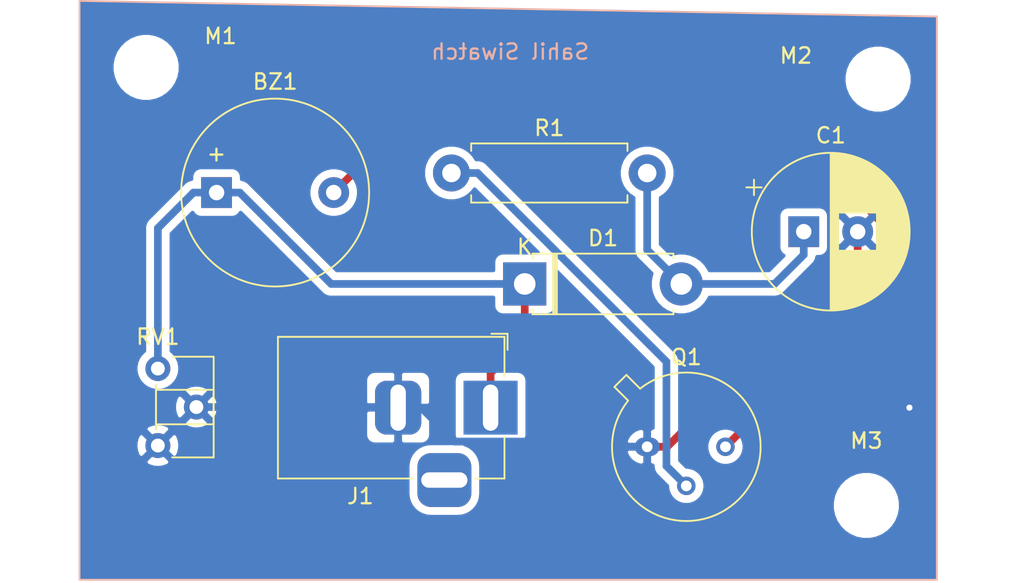
<source format=kicad_pcb>
(kicad_pcb (version 20171130) (host pcbnew "(5.1.5)-3")

  (general
    (thickness 1.6)
    (drawings 5)
    (tracks 37)
    (zones 0)
    (modules 10)
    (nets 7)
  )

  (page A4)
  (layers
    (0 F.Cu signal)
    (31 B.Cu signal)
    (32 B.Adhes user)
    (33 F.Adhes user)
    (34 B.Paste user)
    (35 F.Paste user)
    (36 B.SilkS user)
    (37 F.SilkS user)
    (38 B.Mask user)
    (39 F.Mask user)
    (40 Dwgs.User user)
    (41 Cmts.User user)
    (42 Eco1.User user)
    (43 Eco2.User user)
    (44 Edge.Cuts user)
    (45 Margin user)
    (46 B.CrtYd user)
    (47 F.CrtYd user)
    (48 B.Fab user)
    (49 F.Fab user)
  )

  (setup
    (last_trace_width 0.5)
    (user_trace_width 0.5)
    (trace_clearance 0.2)
    (zone_clearance 0.508)
    (zone_45_only no)
    (trace_min 0.2)
    (via_size 0.8)
    (via_drill 0.4)
    (via_min_size 0.4)
    (via_min_drill 0.3)
    (uvia_size 0.3)
    (uvia_drill 0.1)
    (uvias_allowed no)
    (uvia_min_size 0.2)
    (uvia_min_drill 0.1)
    (edge_width 0.05)
    (segment_width 0.2)
    (pcb_text_width 0.3)
    (pcb_text_size 1.5 1.5)
    (mod_edge_width 0.12)
    (mod_text_size 1 1)
    (mod_text_width 0.15)
    (pad_size 1.524 1.524)
    (pad_drill 0.762)
    (pad_to_mask_clearance 0.051)
    (solder_mask_min_width 0.25)
    (aux_axis_origin 0 0)
    (visible_elements FFFFFF7F)
    (pcbplotparams
      (layerselection 0x010fc_ffffffff)
      (usegerberextensions false)
      (usegerberattributes false)
      (usegerberadvancedattributes false)
      (creategerberjobfile false)
      (excludeedgelayer true)
      (linewidth 0.100000)
      (plotframeref false)
      (viasonmask false)
      (mode 1)
      (useauxorigin false)
      (hpglpennumber 1)
      (hpglpenspeed 20)
      (hpglpendiameter 15.000000)
      (psnegative false)
      (psa4output false)
      (plotreference true)
      (plotvalue true)
      (plotinvisibletext false)
      (padsonsilk false)
      (subtractmaskfromsilk false)
      (outputformat 1)
      (mirror false)
      (drillshape 0)
      (scaleselection 1)
      (outputdirectory "gerber/"))
  )

  (net 0 "")
  (net 1 "Net-(BZ1-Pad2)")
  (net 2 "Net-(C1-Pad1)")
  (net 3 "Net-(J1-Pad3)")
  (net 4 "Net-(Q1-Pad2)")
  (net 5 +3V3)
  (net 6 GND)

  (net_class Default "This is the default net class."
    (clearance 0.2)
    (trace_width 0.25)
    (via_dia 0.8)
    (via_drill 0.4)
    (uvia_dia 0.3)
    (uvia_drill 0.1)
    (add_net +3V3)
    (add_net GND)
    (add_net "Net-(BZ1-Pad2)")
    (add_net "Net-(C1-Pad1)")
    (add_net "Net-(J1-Pad3)")
    (add_net "Net-(Q1-Pad2)")
  )

  (module MountingHole:MountingHole_3.2mm_M3 (layer F.Cu) (tedit 56D1B4CB) (tstamp 5E443C5C)
    (at 88.138 68.072)
    (descr "Mounting Hole 3.2mm, no annular, M3")
    (tags "mounting hole 3.2mm no annular m3")
    (attr virtual)
    (fp_text reference M1 (at 4.826 -2.032) (layer F.SilkS)
      (effects (font (size 1 1) (thickness 0.15)))
    )
    (fp_text value MountingHole_3.2mm_M3 (at 0 4.2) (layer F.Fab)
      (effects (font (size 1 1) (thickness 0.15)))
    )
    (fp_circle (center 0 0) (end 3.45 0) (layer F.CrtYd) (width 0.05))
    (fp_circle (center 0 0) (end 3.2 0) (layer Cmts.User) (width 0.15))
    (fp_text user %R (at 0.3 0) (layer F.Fab)
      (effects (font (size 1 1) (thickness 0.15)))
    )
    (pad 1 np_thru_hole circle (at 0 0) (size 3.2 3.2) (drill 3.2) (layers *.Cu *.Mask))
  )

  (module MountingHole:MountingHole_3.2mm_M3 (layer F.Cu) (tedit 56D1B4CB) (tstamp 5E443C12)
    (at 134.874 96.52)
    (descr "Mounting Hole 3.2mm, no annular, M3")
    (tags "mounting hole 3.2mm no annular m3")
    (attr virtual)
    (fp_text reference M3 (at 0 -4.2) (layer F.SilkS)
      (effects (font (size 1 1) (thickness 0.15)))
    )
    (fp_text value MountingHole_3.2mm_M3 (at 0 4.2) (layer F.Fab)
      (effects (font (size 1 1) (thickness 0.15)))
    )
    (fp_circle (center 0 0) (end 3.45 0) (layer F.CrtYd) (width 0.05))
    (fp_circle (center 0 0) (end 3.2 0) (layer Cmts.User) (width 0.15))
    (fp_text user %R (at 0.254 -0.508) (layer F.Fab)
      (effects (font (size 1 1) (thickness 0.15)))
    )
    (pad 1 np_thru_hole circle (at 0 0) (size 3.2 3.2) (drill 3.2) (layers *.Cu *.Mask))
  )

  (module MountingHole:MountingHole_3.2mm_M3 (layer F.Cu) (tedit 56D1B4CB) (tstamp 5E443BEE)
    (at 135.636 68.834)
    (descr "Mounting Hole 3.2mm, no annular, M3")
    (tags "mounting hole 3.2mm no annular m3")
    (attr virtual)
    (fp_text reference M2 (at -5.334 -1.524) (layer F.SilkS)
      (effects (font (size 1 1) (thickness 0.15)))
    )
    (fp_text value MountingHole_3.2mm_M3 (at 0 4.2) (layer F.Fab)
      (effects (font (size 1 1) (thickness 0.15)))
    )
    (fp_circle (center 0 0) (end 3.45 0) (layer F.CrtYd) (width 0.05))
    (fp_circle (center 0 0) (end 3.2 0) (layer Cmts.User) (width 0.15))
    (fp_text user %R (at 0.3 0) (layer F.Fab)
      (effects (font (size 1 1) (thickness 0.15)))
    )
    (pad 1 np_thru_hole circle (at 0 0) (size 3.2 3.2) (drill 3.2) (layers *.Cu *.Mask))
  )

  (module Buzzer_Beeper:Buzzer_12x9.5RM7.6 (layer F.Cu) (tedit 5A030281) (tstamp 5E442A75)
    (at 92.71 76.2)
    (descr "Generic Buzzer, D12mm height 9.5mm with RM7.6mm")
    (tags buzzer)
    (path /5E460C63)
    (fp_text reference BZ1 (at 3.8 -7.2) (layer F.SilkS)
      (effects (font (size 1 1) (thickness 0.15)))
    )
    (fp_text value Buzzer (at 3.8 7.4) (layer F.Fab)
      (effects (font (size 1 1) (thickness 0.15)))
    )
    (fp_text user + (at -0.01 -2.54) (layer F.Fab)
      (effects (font (size 1 1) (thickness 0.15)))
    )
    (fp_text user + (at -0.01 -2.54) (layer F.SilkS)
      (effects (font (size 1 1) (thickness 0.15)))
    )
    (fp_text user %R (at 3.8 -4) (layer F.Fab)
      (effects (font (size 1 1) (thickness 0.15)))
    )
    (fp_circle (center 3.8 0) (end 10.05 0) (layer F.CrtYd) (width 0.05))
    (fp_circle (center 3.8 0) (end 9.8 0) (layer F.Fab) (width 0.1))
    (fp_circle (center 3.8 0) (end 4.8 0) (layer F.Fab) (width 0.1))
    (fp_circle (center 3.8 0) (end 9.9 0) (layer F.SilkS) (width 0.12))
    (pad 1 thru_hole rect (at 0 0) (size 2 2) (drill 1) (layers *.Cu *.Mask)
      (net 5 +3V3))
    (pad 2 thru_hole circle (at 7.6 0) (size 2 2) (drill 1) (layers *.Cu *.Mask)
      (net 1 "Net-(BZ1-Pad2)"))
    (model ${KISYS3DMOD}/Buzzer_Beeper.3dshapes/Buzzer_12x9.5RM7.6.wrl
      (at (xyz 0 0 0))
      (scale (xyz 1 1 1))
      (rotate (xyz 0 0 0))
    )
  )

  (module Capacitor_THT:CP_Radial_D10.0mm_P3.50mm (layer F.Cu) (tedit 5AE50EF0) (tstamp 5E442B41)
    (at 130.81 78.74)
    (descr "CP, Radial series, Radial, pin pitch=3.50mm, , diameter=10mm, Electrolytic Capacitor")
    (tags "CP Radial series Radial pin pitch 3.50mm  diameter 10mm Electrolytic Capacitor")
    (path /5E460427)
    (fp_text reference C1 (at 1.75 -6.25) (layer F.SilkS)
      (effects (font (size 1 1) (thickness 0.15)))
    )
    (fp_text value 10uF (at 1.75 6.25) (layer F.Fab)
      (effects (font (size 1 1) (thickness 0.15)))
    )
    (fp_circle (center 1.75 0) (end 6.75 0) (layer F.Fab) (width 0.1))
    (fp_circle (center 1.75 0) (end 6.87 0) (layer F.SilkS) (width 0.12))
    (fp_circle (center 1.75 0) (end 7 0) (layer F.CrtYd) (width 0.05))
    (fp_line (start -2.538861 -2.1875) (end -1.538861 -2.1875) (layer F.Fab) (width 0.1))
    (fp_line (start -2.038861 -2.6875) (end -2.038861 -1.6875) (layer F.Fab) (width 0.1))
    (fp_line (start 1.75 -5.08) (end 1.75 5.08) (layer F.SilkS) (width 0.12))
    (fp_line (start 1.79 -5.08) (end 1.79 5.08) (layer F.SilkS) (width 0.12))
    (fp_line (start 1.83 -5.08) (end 1.83 5.08) (layer F.SilkS) (width 0.12))
    (fp_line (start 1.87 -5.079) (end 1.87 5.079) (layer F.SilkS) (width 0.12))
    (fp_line (start 1.91 -5.078) (end 1.91 5.078) (layer F.SilkS) (width 0.12))
    (fp_line (start 1.95 -5.077) (end 1.95 5.077) (layer F.SilkS) (width 0.12))
    (fp_line (start 1.99 -5.075) (end 1.99 5.075) (layer F.SilkS) (width 0.12))
    (fp_line (start 2.03 -5.073) (end 2.03 5.073) (layer F.SilkS) (width 0.12))
    (fp_line (start 2.07 -5.07) (end 2.07 5.07) (layer F.SilkS) (width 0.12))
    (fp_line (start 2.11 -5.068) (end 2.11 5.068) (layer F.SilkS) (width 0.12))
    (fp_line (start 2.15 -5.065) (end 2.15 5.065) (layer F.SilkS) (width 0.12))
    (fp_line (start 2.19 -5.062) (end 2.19 5.062) (layer F.SilkS) (width 0.12))
    (fp_line (start 2.23 -5.058) (end 2.23 5.058) (layer F.SilkS) (width 0.12))
    (fp_line (start 2.27 -5.054) (end 2.27 -1.241) (layer F.SilkS) (width 0.12))
    (fp_line (start 2.27 1.241) (end 2.27 5.054) (layer F.SilkS) (width 0.12))
    (fp_line (start 2.31 -5.05) (end 2.31 -1.241) (layer F.SilkS) (width 0.12))
    (fp_line (start 2.31 1.241) (end 2.31 5.05) (layer F.SilkS) (width 0.12))
    (fp_line (start 2.35 -5.045) (end 2.35 -1.241) (layer F.SilkS) (width 0.12))
    (fp_line (start 2.35 1.241) (end 2.35 5.045) (layer F.SilkS) (width 0.12))
    (fp_line (start 2.39 -5.04) (end 2.39 -1.241) (layer F.SilkS) (width 0.12))
    (fp_line (start 2.39 1.241) (end 2.39 5.04) (layer F.SilkS) (width 0.12))
    (fp_line (start 2.43 -5.035) (end 2.43 -1.241) (layer F.SilkS) (width 0.12))
    (fp_line (start 2.43 1.241) (end 2.43 5.035) (layer F.SilkS) (width 0.12))
    (fp_line (start 2.471 -5.03) (end 2.471 -1.241) (layer F.SilkS) (width 0.12))
    (fp_line (start 2.471 1.241) (end 2.471 5.03) (layer F.SilkS) (width 0.12))
    (fp_line (start 2.511 -5.024) (end 2.511 -1.241) (layer F.SilkS) (width 0.12))
    (fp_line (start 2.511 1.241) (end 2.511 5.024) (layer F.SilkS) (width 0.12))
    (fp_line (start 2.551 -5.018) (end 2.551 -1.241) (layer F.SilkS) (width 0.12))
    (fp_line (start 2.551 1.241) (end 2.551 5.018) (layer F.SilkS) (width 0.12))
    (fp_line (start 2.591 -5.011) (end 2.591 -1.241) (layer F.SilkS) (width 0.12))
    (fp_line (start 2.591 1.241) (end 2.591 5.011) (layer F.SilkS) (width 0.12))
    (fp_line (start 2.631 -5.004) (end 2.631 -1.241) (layer F.SilkS) (width 0.12))
    (fp_line (start 2.631 1.241) (end 2.631 5.004) (layer F.SilkS) (width 0.12))
    (fp_line (start 2.671 -4.997) (end 2.671 -1.241) (layer F.SilkS) (width 0.12))
    (fp_line (start 2.671 1.241) (end 2.671 4.997) (layer F.SilkS) (width 0.12))
    (fp_line (start 2.711 -4.99) (end 2.711 -1.241) (layer F.SilkS) (width 0.12))
    (fp_line (start 2.711 1.241) (end 2.711 4.99) (layer F.SilkS) (width 0.12))
    (fp_line (start 2.751 -4.982) (end 2.751 -1.241) (layer F.SilkS) (width 0.12))
    (fp_line (start 2.751 1.241) (end 2.751 4.982) (layer F.SilkS) (width 0.12))
    (fp_line (start 2.791 -4.974) (end 2.791 -1.241) (layer F.SilkS) (width 0.12))
    (fp_line (start 2.791 1.241) (end 2.791 4.974) (layer F.SilkS) (width 0.12))
    (fp_line (start 2.831 -4.965) (end 2.831 -1.241) (layer F.SilkS) (width 0.12))
    (fp_line (start 2.831 1.241) (end 2.831 4.965) (layer F.SilkS) (width 0.12))
    (fp_line (start 2.871 -4.956) (end 2.871 -1.241) (layer F.SilkS) (width 0.12))
    (fp_line (start 2.871 1.241) (end 2.871 4.956) (layer F.SilkS) (width 0.12))
    (fp_line (start 2.911 -4.947) (end 2.911 -1.241) (layer F.SilkS) (width 0.12))
    (fp_line (start 2.911 1.241) (end 2.911 4.947) (layer F.SilkS) (width 0.12))
    (fp_line (start 2.951 -4.938) (end 2.951 -1.241) (layer F.SilkS) (width 0.12))
    (fp_line (start 2.951 1.241) (end 2.951 4.938) (layer F.SilkS) (width 0.12))
    (fp_line (start 2.991 -4.928) (end 2.991 -1.241) (layer F.SilkS) (width 0.12))
    (fp_line (start 2.991 1.241) (end 2.991 4.928) (layer F.SilkS) (width 0.12))
    (fp_line (start 3.031 -4.918) (end 3.031 -1.241) (layer F.SilkS) (width 0.12))
    (fp_line (start 3.031 1.241) (end 3.031 4.918) (layer F.SilkS) (width 0.12))
    (fp_line (start 3.071 -4.907) (end 3.071 -1.241) (layer F.SilkS) (width 0.12))
    (fp_line (start 3.071 1.241) (end 3.071 4.907) (layer F.SilkS) (width 0.12))
    (fp_line (start 3.111 -4.897) (end 3.111 -1.241) (layer F.SilkS) (width 0.12))
    (fp_line (start 3.111 1.241) (end 3.111 4.897) (layer F.SilkS) (width 0.12))
    (fp_line (start 3.151 -4.885) (end 3.151 -1.241) (layer F.SilkS) (width 0.12))
    (fp_line (start 3.151 1.241) (end 3.151 4.885) (layer F.SilkS) (width 0.12))
    (fp_line (start 3.191 -4.874) (end 3.191 -1.241) (layer F.SilkS) (width 0.12))
    (fp_line (start 3.191 1.241) (end 3.191 4.874) (layer F.SilkS) (width 0.12))
    (fp_line (start 3.231 -4.862) (end 3.231 -1.241) (layer F.SilkS) (width 0.12))
    (fp_line (start 3.231 1.241) (end 3.231 4.862) (layer F.SilkS) (width 0.12))
    (fp_line (start 3.271 -4.85) (end 3.271 -1.241) (layer F.SilkS) (width 0.12))
    (fp_line (start 3.271 1.241) (end 3.271 4.85) (layer F.SilkS) (width 0.12))
    (fp_line (start 3.311 -4.837) (end 3.311 -1.241) (layer F.SilkS) (width 0.12))
    (fp_line (start 3.311 1.241) (end 3.311 4.837) (layer F.SilkS) (width 0.12))
    (fp_line (start 3.351 -4.824) (end 3.351 -1.241) (layer F.SilkS) (width 0.12))
    (fp_line (start 3.351 1.241) (end 3.351 4.824) (layer F.SilkS) (width 0.12))
    (fp_line (start 3.391 -4.811) (end 3.391 -1.241) (layer F.SilkS) (width 0.12))
    (fp_line (start 3.391 1.241) (end 3.391 4.811) (layer F.SilkS) (width 0.12))
    (fp_line (start 3.431 -4.797) (end 3.431 -1.241) (layer F.SilkS) (width 0.12))
    (fp_line (start 3.431 1.241) (end 3.431 4.797) (layer F.SilkS) (width 0.12))
    (fp_line (start 3.471 -4.783) (end 3.471 -1.241) (layer F.SilkS) (width 0.12))
    (fp_line (start 3.471 1.241) (end 3.471 4.783) (layer F.SilkS) (width 0.12))
    (fp_line (start 3.511 -4.768) (end 3.511 -1.241) (layer F.SilkS) (width 0.12))
    (fp_line (start 3.511 1.241) (end 3.511 4.768) (layer F.SilkS) (width 0.12))
    (fp_line (start 3.551 -4.754) (end 3.551 -1.241) (layer F.SilkS) (width 0.12))
    (fp_line (start 3.551 1.241) (end 3.551 4.754) (layer F.SilkS) (width 0.12))
    (fp_line (start 3.591 -4.738) (end 3.591 -1.241) (layer F.SilkS) (width 0.12))
    (fp_line (start 3.591 1.241) (end 3.591 4.738) (layer F.SilkS) (width 0.12))
    (fp_line (start 3.631 -4.723) (end 3.631 -1.241) (layer F.SilkS) (width 0.12))
    (fp_line (start 3.631 1.241) (end 3.631 4.723) (layer F.SilkS) (width 0.12))
    (fp_line (start 3.671 -4.707) (end 3.671 -1.241) (layer F.SilkS) (width 0.12))
    (fp_line (start 3.671 1.241) (end 3.671 4.707) (layer F.SilkS) (width 0.12))
    (fp_line (start 3.711 -4.69) (end 3.711 -1.241) (layer F.SilkS) (width 0.12))
    (fp_line (start 3.711 1.241) (end 3.711 4.69) (layer F.SilkS) (width 0.12))
    (fp_line (start 3.751 -4.674) (end 3.751 -1.241) (layer F.SilkS) (width 0.12))
    (fp_line (start 3.751 1.241) (end 3.751 4.674) (layer F.SilkS) (width 0.12))
    (fp_line (start 3.791 -4.657) (end 3.791 -1.241) (layer F.SilkS) (width 0.12))
    (fp_line (start 3.791 1.241) (end 3.791 4.657) (layer F.SilkS) (width 0.12))
    (fp_line (start 3.831 -4.639) (end 3.831 -1.241) (layer F.SilkS) (width 0.12))
    (fp_line (start 3.831 1.241) (end 3.831 4.639) (layer F.SilkS) (width 0.12))
    (fp_line (start 3.871 -4.621) (end 3.871 -1.241) (layer F.SilkS) (width 0.12))
    (fp_line (start 3.871 1.241) (end 3.871 4.621) (layer F.SilkS) (width 0.12))
    (fp_line (start 3.911 -4.603) (end 3.911 -1.241) (layer F.SilkS) (width 0.12))
    (fp_line (start 3.911 1.241) (end 3.911 4.603) (layer F.SilkS) (width 0.12))
    (fp_line (start 3.951 -4.584) (end 3.951 -1.241) (layer F.SilkS) (width 0.12))
    (fp_line (start 3.951 1.241) (end 3.951 4.584) (layer F.SilkS) (width 0.12))
    (fp_line (start 3.991 -4.564) (end 3.991 -1.241) (layer F.SilkS) (width 0.12))
    (fp_line (start 3.991 1.241) (end 3.991 4.564) (layer F.SilkS) (width 0.12))
    (fp_line (start 4.031 -4.545) (end 4.031 -1.241) (layer F.SilkS) (width 0.12))
    (fp_line (start 4.031 1.241) (end 4.031 4.545) (layer F.SilkS) (width 0.12))
    (fp_line (start 4.071 -4.525) (end 4.071 -1.241) (layer F.SilkS) (width 0.12))
    (fp_line (start 4.071 1.241) (end 4.071 4.525) (layer F.SilkS) (width 0.12))
    (fp_line (start 4.111 -4.504) (end 4.111 -1.241) (layer F.SilkS) (width 0.12))
    (fp_line (start 4.111 1.241) (end 4.111 4.504) (layer F.SilkS) (width 0.12))
    (fp_line (start 4.151 -4.483) (end 4.151 -1.241) (layer F.SilkS) (width 0.12))
    (fp_line (start 4.151 1.241) (end 4.151 4.483) (layer F.SilkS) (width 0.12))
    (fp_line (start 4.191 -4.462) (end 4.191 -1.241) (layer F.SilkS) (width 0.12))
    (fp_line (start 4.191 1.241) (end 4.191 4.462) (layer F.SilkS) (width 0.12))
    (fp_line (start 4.231 -4.44) (end 4.231 -1.241) (layer F.SilkS) (width 0.12))
    (fp_line (start 4.231 1.241) (end 4.231 4.44) (layer F.SilkS) (width 0.12))
    (fp_line (start 4.271 -4.417) (end 4.271 -1.241) (layer F.SilkS) (width 0.12))
    (fp_line (start 4.271 1.241) (end 4.271 4.417) (layer F.SilkS) (width 0.12))
    (fp_line (start 4.311 -4.395) (end 4.311 -1.241) (layer F.SilkS) (width 0.12))
    (fp_line (start 4.311 1.241) (end 4.311 4.395) (layer F.SilkS) (width 0.12))
    (fp_line (start 4.351 -4.371) (end 4.351 -1.241) (layer F.SilkS) (width 0.12))
    (fp_line (start 4.351 1.241) (end 4.351 4.371) (layer F.SilkS) (width 0.12))
    (fp_line (start 4.391 -4.347) (end 4.391 -1.241) (layer F.SilkS) (width 0.12))
    (fp_line (start 4.391 1.241) (end 4.391 4.347) (layer F.SilkS) (width 0.12))
    (fp_line (start 4.431 -4.323) (end 4.431 -1.241) (layer F.SilkS) (width 0.12))
    (fp_line (start 4.431 1.241) (end 4.431 4.323) (layer F.SilkS) (width 0.12))
    (fp_line (start 4.471 -4.298) (end 4.471 -1.241) (layer F.SilkS) (width 0.12))
    (fp_line (start 4.471 1.241) (end 4.471 4.298) (layer F.SilkS) (width 0.12))
    (fp_line (start 4.511 -4.273) (end 4.511 -1.241) (layer F.SilkS) (width 0.12))
    (fp_line (start 4.511 1.241) (end 4.511 4.273) (layer F.SilkS) (width 0.12))
    (fp_line (start 4.551 -4.247) (end 4.551 -1.241) (layer F.SilkS) (width 0.12))
    (fp_line (start 4.551 1.241) (end 4.551 4.247) (layer F.SilkS) (width 0.12))
    (fp_line (start 4.591 -4.221) (end 4.591 -1.241) (layer F.SilkS) (width 0.12))
    (fp_line (start 4.591 1.241) (end 4.591 4.221) (layer F.SilkS) (width 0.12))
    (fp_line (start 4.631 -4.194) (end 4.631 -1.241) (layer F.SilkS) (width 0.12))
    (fp_line (start 4.631 1.241) (end 4.631 4.194) (layer F.SilkS) (width 0.12))
    (fp_line (start 4.671 -4.166) (end 4.671 -1.241) (layer F.SilkS) (width 0.12))
    (fp_line (start 4.671 1.241) (end 4.671 4.166) (layer F.SilkS) (width 0.12))
    (fp_line (start 4.711 -4.138) (end 4.711 -1.241) (layer F.SilkS) (width 0.12))
    (fp_line (start 4.711 1.241) (end 4.711 4.138) (layer F.SilkS) (width 0.12))
    (fp_line (start 4.751 -4.11) (end 4.751 4.11) (layer F.SilkS) (width 0.12))
    (fp_line (start 4.791 -4.08) (end 4.791 4.08) (layer F.SilkS) (width 0.12))
    (fp_line (start 4.831 -4.05) (end 4.831 4.05) (layer F.SilkS) (width 0.12))
    (fp_line (start 4.871 -4.02) (end 4.871 4.02) (layer F.SilkS) (width 0.12))
    (fp_line (start 4.911 -3.989) (end 4.911 3.989) (layer F.SilkS) (width 0.12))
    (fp_line (start 4.951 -3.957) (end 4.951 3.957) (layer F.SilkS) (width 0.12))
    (fp_line (start 4.991 -3.925) (end 4.991 3.925) (layer F.SilkS) (width 0.12))
    (fp_line (start 5.031 -3.892) (end 5.031 3.892) (layer F.SilkS) (width 0.12))
    (fp_line (start 5.071 -3.858) (end 5.071 3.858) (layer F.SilkS) (width 0.12))
    (fp_line (start 5.111 -3.824) (end 5.111 3.824) (layer F.SilkS) (width 0.12))
    (fp_line (start 5.151 -3.789) (end 5.151 3.789) (layer F.SilkS) (width 0.12))
    (fp_line (start 5.191 -3.753) (end 5.191 3.753) (layer F.SilkS) (width 0.12))
    (fp_line (start 5.231 -3.716) (end 5.231 3.716) (layer F.SilkS) (width 0.12))
    (fp_line (start 5.271 -3.679) (end 5.271 3.679) (layer F.SilkS) (width 0.12))
    (fp_line (start 5.311 -3.64) (end 5.311 3.64) (layer F.SilkS) (width 0.12))
    (fp_line (start 5.351 -3.601) (end 5.351 3.601) (layer F.SilkS) (width 0.12))
    (fp_line (start 5.391 -3.561) (end 5.391 3.561) (layer F.SilkS) (width 0.12))
    (fp_line (start 5.431 -3.52) (end 5.431 3.52) (layer F.SilkS) (width 0.12))
    (fp_line (start 5.471 -3.478) (end 5.471 3.478) (layer F.SilkS) (width 0.12))
    (fp_line (start 5.511 -3.436) (end 5.511 3.436) (layer F.SilkS) (width 0.12))
    (fp_line (start 5.551 -3.392) (end 5.551 3.392) (layer F.SilkS) (width 0.12))
    (fp_line (start 5.591 -3.347) (end 5.591 3.347) (layer F.SilkS) (width 0.12))
    (fp_line (start 5.631 -3.301) (end 5.631 3.301) (layer F.SilkS) (width 0.12))
    (fp_line (start 5.671 -3.254) (end 5.671 3.254) (layer F.SilkS) (width 0.12))
    (fp_line (start 5.711 -3.206) (end 5.711 3.206) (layer F.SilkS) (width 0.12))
    (fp_line (start 5.751 -3.156) (end 5.751 3.156) (layer F.SilkS) (width 0.12))
    (fp_line (start 5.791 -3.106) (end 5.791 3.106) (layer F.SilkS) (width 0.12))
    (fp_line (start 5.831 -3.054) (end 5.831 3.054) (layer F.SilkS) (width 0.12))
    (fp_line (start 5.871 -3) (end 5.871 3) (layer F.SilkS) (width 0.12))
    (fp_line (start 5.911 -2.945) (end 5.911 2.945) (layer F.SilkS) (width 0.12))
    (fp_line (start 5.951 -2.889) (end 5.951 2.889) (layer F.SilkS) (width 0.12))
    (fp_line (start 5.991 -2.83) (end 5.991 2.83) (layer F.SilkS) (width 0.12))
    (fp_line (start 6.031 -2.77) (end 6.031 2.77) (layer F.SilkS) (width 0.12))
    (fp_line (start 6.071 -2.709) (end 6.071 2.709) (layer F.SilkS) (width 0.12))
    (fp_line (start 6.111 -2.645) (end 6.111 2.645) (layer F.SilkS) (width 0.12))
    (fp_line (start 6.151 -2.579) (end 6.151 2.579) (layer F.SilkS) (width 0.12))
    (fp_line (start 6.191 -2.51) (end 6.191 2.51) (layer F.SilkS) (width 0.12))
    (fp_line (start 6.231 -2.439) (end 6.231 2.439) (layer F.SilkS) (width 0.12))
    (fp_line (start 6.271 -2.365) (end 6.271 2.365) (layer F.SilkS) (width 0.12))
    (fp_line (start 6.311 -2.289) (end 6.311 2.289) (layer F.SilkS) (width 0.12))
    (fp_line (start 6.351 -2.209) (end 6.351 2.209) (layer F.SilkS) (width 0.12))
    (fp_line (start 6.391 -2.125) (end 6.391 2.125) (layer F.SilkS) (width 0.12))
    (fp_line (start 6.431 -2.037) (end 6.431 2.037) (layer F.SilkS) (width 0.12))
    (fp_line (start 6.471 -1.944) (end 6.471 1.944) (layer F.SilkS) (width 0.12))
    (fp_line (start 6.511 -1.846) (end 6.511 1.846) (layer F.SilkS) (width 0.12))
    (fp_line (start 6.551 -1.742) (end 6.551 1.742) (layer F.SilkS) (width 0.12))
    (fp_line (start 6.591 -1.63) (end 6.591 1.63) (layer F.SilkS) (width 0.12))
    (fp_line (start 6.631 -1.51) (end 6.631 1.51) (layer F.SilkS) (width 0.12))
    (fp_line (start 6.671 -1.378) (end 6.671 1.378) (layer F.SilkS) (width 0.12))
    (fp_line (start 6.711 -1.23) (end 6.711 1.23) (layer F.SilkS) (width 0.12))
    (fp_line (start 6.751 -1.062) (end 6.751 1.062) (layer F.SilkS) (width 0.12))
    (fp_line (start 6.791 -0.862) (end 6.791 0.862) (layer F.SilkS) (width 0.12))
    (fp_line (start 6.831 -0.599) (end 6.831 0.599) (layer F.SilkS) (width 0.12))
    (fp_line (start -3.729646 -2.875) (end -2.729646 -2.875) (layer F.SilkS) (width 0.12))
    (fp_line (start -3.229646 -3.375) (end -3.229646 -2.375) (layer F.SilkS) (width 0.12))
    (fp_text user %R (at 1.75 -2.735001) (layer F.Fab)
      (effects (font (size 1 1) (thickness 0.15)))
    )
    (pad 1 thru_hole rect (at 0 0) (size 2 2) (drill 1) (layers *.Cu *.Mask)
      (net 2 "Net-(C1-Pad1)"))
    (pad 2 thru_hole circle (at 3.5 0) (size 2 2) (drill 1) (layers *.Cu *.Mask)
      (net 6 GND))
    (model ${KISYS3DMOD}/Capacitor_THT.3dshapes/CP_Radial_D10.0mm_P3.50mm.wrl
      (at (xyz 0 0 0))
      (scale (xyz 1 1 1))
      (rotate (xyz 0 0 0))
    )
  )

  (module Diode_THT:D_5W_P10.16mm_Horizontal (layer F.Cu) (tedit 5AE50CD5) (tstamp 5E442B60)
    (at 112.705001 82.135001)
    (descr "Diode, 5W series, Axial, Horizontal, pin pitch=10.16mm, , length*diameter=8.9*3.7mm^2, , http://www.diodes.com/_files/packages/8686949.gif")
    (tags "Diode 5W series Axial Horizontal pin pitch 10.16mm  length 8.9mm diameter 3.7mm")
    (path /5E460049)
    (fp_text reference D1 (at 5.08 -2.97) (layer F.SilkS)
      (effects (font (size 1 1) (thickness 0.15)))
    )
    (fp_text value IN4007 (at 5.08 2.97) (layer F.Fab)
      (effects (font (size 1 1) (thickness 0.15)))
    )
    (fp_line (start 0.63 -1.85) (end 0.63 1.85) (layer F.Fab) (width 0.1))
    (fp_line (start 0.63 1.85) (end 9.53 1.85) (layer F.Fab) (width 0.1))
    (fp_line (start 9.53 1.85) (end 9.53 -1.85) (layer F.Fab) (width 0.1))
    (fp_line (start 9.53 -1.85) (end 0.63 -1.85) (layer F.Fab) (width 0.1))
    (fp_line (start 0 0) (end 0.63 0) (layer F.Fab) (width 0.1))
    (fp_line (start 10.16 0) (end 9.53 0) (layer F.Fab) (width 0.1))
    (fp_line (start 1.965 -1.85) (end 1.965 1.85) (layer F.Fab) (width 0.1))
    (fp_line (start 2.065 -1.85) (end 2.065 1.85) (layer F.Fab) (width 0.1))
    (fp_line (start 1.865 -1.85) (end 1.865 1.85) (layer F.Fab) (width 0.1))
    (fp_line (start 0.51 -1.64) (end 0.51 -1.97) (layer F.SilkS) (width 0.12))
    (fp_line (start 0.51 -1.97) (end 9.65 -1.97) (layer F.SilkS) (width 0.12))
    (fp_line (start 9.65 -1.97) (end 9.65 -1.64) (layer F.SilkS) (width 0.12))
    (fp_line (start 0.51 1.64) (end 0.51 1.97) (layer F.SilkS) (width 0.12))
    (fp_line (start 0.51 1.97) (end 9.65 1.97) (layer F.SilkS) (width 0.12))
    (fp_line (start 9.65 1.97) (end 9.65 1.64) (layer F.SilkS) (width 0.12))
    (fp_line (start 1.965 -1.97) (end 1.965 1.97) (layer F.SilkS) (width 0.12))
    (fp_line (start 2.085 -1.97) (end 2.085 1.97) (layer F.SilkS) (width 0.12))
    (fp_line (start 1.845 -1.97) (end 1.845 1.97) (layer F.SilkS) (width 0.12))
    (fp_line (start -1.65 -2.1) (end -1.65 2.1) (layer F.CrtYd) (width 0.05))
    (fp_line (start -1.65 2.1) (end 11.81 2.1) (layer F.CrtYd) (width 0.05))
    (fp_line (start 11.81 2.1) (end 11.81 -2.1) (layer F.CrtYd) (width 0.05))
    (fp_line (start 11.81 -2.1) (end -1.65 -2.1) (layer F.CrtYd) (width 0.05))
    (fp_text user %R (at 5.7475 0) (layer F.Fab)
      (effects (font (size 1 1) (thickness 0.15)))
    )
    (fp_text user K (at 0 -2.4) (layer F.Fab)
      (effects (font (size 1 1) (thickness 0.15)))
    )
    (fp_text user K (at 0 -2.4) (layer F.SilkS)
      (effects (font (size 1 1) (thickness 0.15)))
    )
    (pad 1 thru_hole rect (at 0 0) (size 2.8 2.8) (drill 1.4) (layers *.Cu *.Mask)
      (net 5 +3V3))
    (pad 2 thru_hole oval (at 10.16 0) (size 2.8 2.8) (drill 1.4) (layers *.Cu *.Mask)
      (net 2 "Net-(C1-Pad1)"))
    (model ${KISYS3DMOD}/Diode_THT.3dshapes/D_5W_P10.16mm_Horizontal.wrl
      (at (xyz 0 0 0))
      (scale (xyz 1 1 1))
      (rotate (xyz 0 0 0))
    )
  )

  (module Connector_BarrelJack:BarrelJack_Horizontal (layer F.Cu) (tedit 5A1DBF6A) (tstamp 5E442B83)
    (at 110.49 90.17)
    (descr "DC Barrel Jack")
    (tags "Power Jack")
    (path /5E461F8D)
    (fp_text reference J1 (at -8.45 5.75) (layer F.SilkS)
      (effects (font (size 1 1) (thickness 0.15)))
    )
    (fp_text value DC (at -6.2 -5.5) (layer F.Fab)
      (effects (font (size 1 1) (thickness 0.15)))
    )
    (fp_text user %R (at -3 -2.95) (layer F.Fab)
      (effects (font (size 1 1) (thickness 0.15)))
    )
    (fp_line (start -0.003213 -4.505425) (end 0.8 -3.75) (layer F.Fab) (width 0.1))
    (fp_line (start 1.1 -3.75) (end 1.1 -4.8) (layer F.SilkS) (width 0.12))
    (fp_line (start 0.05 -4.8) (end 1.1 -4.8) (layer F.SilkS) (width 0.12))
    (fp_line (start 1 -4.5) (end 1 -4.75) (layer F.CrtYd) (width 0.05))
    (fp_line (start 1 -4.75) (end -14 -4.75) (layer F.CrtYd) (width 0.05))
    (fp_line (start 1 -4.5) (end 1 -2) (layer F.CrtYd) (width 0.05))
    (fp_line (start 1 -2) (end 2 -2) (layer F.CrtYd) (width 0.05))
    (fp_line (start 2 -2) (end 2 2) (layer F.CrtYd) (width 0.05))
    (fp_line (start 2 2) (end 1 2) (layer F.CrtYd) (width 0.05))
    (fp_line (start 1 2) (end 1 4.75) (layer F.CrtYd) (width 0.05))
    (fp_line (start 1 4.75) (end -1 4.75) (layer F.CrtYd) (width 0.05))
    (fp_line (start -1 4.75) (end -1 6.75) (layer F.CrtYd) (width 0.05))
    (fp_line (start -1 6.75) (end -5 6.75) (layer F.CrtYd) (width 0.05))
    (fp_line (start -5 6.75) (end -5 4.75) (layer F.CrtYd) (width 0.05))
    (fp_line (start -5 4.75) (end -14 4.75) (layer F.CrtYd) (width 0.05))
    (fp_line (start -14 4.75) (end -14 -4.75) (layer F.CrtYd) (width 0.05))
    (fp_line (start -5 4.6) (end -13.8 4.6) (layer F.SilkS) (width 0.12))
    (fp_line (start -13.8 4.6) (end -13.8 -4.6) (layer F.SilkS) (width 0.12))
    (fp_line (start 0.9 1.9) (end 0.9 4.6) (layer F.SilkS) (width 0.12))
    (fp_line (start 0.9 4.6) (end -1 4.6) (layer F.SilkS) (width 0.12))
    (fp_line (start -13.8 -4.6) (end 0.9 -4.6) (layer F.SilkS) (width 0.12))
    (fp_line (start 0.9 -4.6) (end 0.9 -2) (layer F.SilkS) (width 0.12))
    (fp_line (start -10.2 -4.5) (end -10.2 4.5) (layer F.Fab) (width 0.1))
    (fp_line (start -13.7 -4.5) (end -13.7 4.5) (layer F.Fab) (width 0.1))
    (fp_line (start -13.7 4.5) (end 0.8 4.5) (layer F.Fab) (width 0.1))
    (fp_line (start 0.8 4.5) (end 0.8 -3.75) (layer F.Fab) (width 0.1))
    (fp_line (start 0 -4.5) (end -13.7 -4.5) (layer F.Fab) (width 0.1))
    (pad 1 thru_hole rect (at 0 0) (size 3.5 3.5) (drill oval 1 3) (layers *.Cu *.Mask)
      (net 5 +3V3))
    (pad 2 thru_hole roundrect (at -6 0) (size 3 3.5) (drill oval 1 3) (layers *.Cu *.Mask) (roundrect_rratio 0.25)
      (net 6 GND))
    (pad 3 thru_hole roundrect (at -3 4.7) (size 3.5 3.5) (drill oval 3 1) (layers *.Cu *.Mask) (roundrect_rratio 0.25)
      (net 3 "Net-(J1-Pad3)"))
    (model ${KISYS3DMOD}/Connector_BarrelJack.3dshapes/BarrelJack_Horizontal.wrl
      (at (xyz 0 0 0))
      (scale (xyz 1 1 1))
      (rotate (xyz 0 0 0))
    )
  )

  (module Package_TO_SOT_THT:TO-39-3 (layer F.Cu) (tedit 5A02FF81) (tstamp 5E442B98)
    (at 120.65 92.71)
    (descr TO-39-3)
    (tags TO-39-3)
    (path /5E4614E2)
    (fp_text reference Q1 (at 2.54 -5.82) (layer F.SilkS)
      (effects (font (size 1 1) (thickness 0.15)))
    )
    (fp_text value 2N2219 (at 2.54 5.82) (layer F.Fab)
      (effects (font (size 1 1) (thickness 0.15)))
    )
    (fp_arc (start 2.54 0) (end -0.457084 -3.774902) (angle 346.9) (layer F.SilkS) (width 0.12))
    (fp_arc (start 2.54 0) (end -0.465408 -3.61352) (angle 349.5) (layer F.Fab) (width 0.1))
    (fp_circle (center 2.54 0) (end 6.79 0) (layer F.Fab) (width 0.1))
    (fp_line (start 7.49 -4.95) (end -2.41 -4.95) (layer F.CrtYd) (width 0.05))
    (fp_line (start 7.49 4.95) (end 7.49 -4.95) (layer F.CrtYd) (width 0.05))
    (fp_line (start -2.41 4.95) (end 7.49 4.95) (layer F.CrtYd) (width 0.05))
    (fp_line (start -2.41 -4.95) (end -2.41 4.95) (layer F.CrtYd) (width 0.05))
    (fp_line (start -2.125856 -3.888039) (end -1.234902 -2.997084) (layer F.SilkS) (width 0.12))
    (fp_line (start -1.348039 -4.665856) (end -2.125856 -3.888039) (layer F.SilkS) (width 0.12))
    (fp_line (start -0.457084 -3.774902) (end -1.348039 -4.665856) (layer F.SilkS) (width 0.12))
    (fp_line (start -1.879621 -3.81151) (end -1.07352 -3.005408) (layer F.Fab) (width 0.1))
    (fp_line (start -1.27151 -4.419621) (end -1.879621 -3.81151) (layer F.Fab) (width 0.1))
    (fp_line (start -0.465408 -3.61352) (end -1.27151 -4.419621) (layer F.Fab) (width 0.1))
    (fp_text user %R (at 2.54 -5.82) (layer F.Fab)
      (effects (font (size 1 1) (thickness 0.15)))
    )
    (pad 3 thru_hole oval (at 5.08 0) (size 1.2 1.2) (drill 0.7) (layers *.Cu *.Mask)
      (net 1 "Net-(BZ1-Pad2)"))
    (pad 2 thru_hole oval (at 2.54 2.54) (size 1.2 1.2) (drill 0.7) (layers *.Cu *.Mask)
      (net 4 "Net-(Q1-Pad2)"))
    (pad 1 thru_hole oval (at 0 0) (size 1.6 1.2) (drill 0.7) (layers *.Cu *.Mask)
      (net 6 GND))
    (model ${KISYS3DMOD}/Package_TO_SOT_THT.3dshapes/TO-39-3.wrl
      (at (xyz 0 0 0))
      (scale (xyz 1 1 1))
      (rotate (xyz 0 0 0))
    )
  )

  (module Resistor_THT:R_Axial_DIN0411_L9.9mm_D3.6mm_P12.70mm_Horizontal (layer F.Cu) (tedit 5AE5139B) (tstamp 5E442BAF)
    (at 107.95 74.93)
    (descr "Resistor, Axial_DIN0411 series, Axial, Horizontal, pin pitch=12.7mm, 1W, length*diameter=9.9*3.6mm^2")
    (tags "Resistor Axial_DIN0411 series Axial Horizontal pin pitch 12.7mm 1W length 9.9mm diameter 3.6mm")
    (path /5E45E87A)
    (fp_text reference R1 (at 6.35 -2.92) (layer F.SilkS)
      (effects (font (size 1 1) (thickness 0.15)))
    )
    (fp_text value 33K (at 6.35 2.92) (layer F.Fab)
      (effects (font (size 1 1) (thickness 0.15)))
    )
    (fp_line (start 1.4 -1.8) (end 1.4 1.8) (layer F.Fab) (width 0.1))
    (fp_line (start 1.4 1.8) (end 11.3 1.8) (layer F.Fab) (width 0.1))
    (fp_line (start 11.3 1.8) (end 11.3 -1.8) (layer F.Fab) (width 0.1))
    (fp_line (start 11.3 -1.8) (end 1.4 -1.8) (layer F.Fab) (width 0.1))
    (fp_line (start 0 0) (end 1.4 0) (layer F.Fab) (width 0.1))
    (fp_line (start 12.7 0) (end 11.3 0) (layer F.Fab) (width 0.1))
    (fp_line (start 1.28 -1.44) (end 1.28 -1.92) (layer F.SilkS) (width 0.12))
    (fp_line (start 1.28 -1.92) (end 11.42 -1.92) (layer F.SilkS) (width 0.12))
    (fp_line (start 11.42 -1.92) (end 11.42 -1.44) (layer F.SilkS) (width 0.12))
    (fp_line (start 1.28 1.44) (end 1.28 1.92) (layer F.SilkS) (width 0.12))
    (fp_line (start 1.28 1.92) (end 11.42 1.92) (layer F.SilkS) (width 0.12))
    (fp_line (start 11.42 1.92) (end 11.42 1.44) (layer F.SilkS) (width 0.12))
    (fp_line (start -1.45 -2.05) (end -1.45 2.05) (layer F.CrtYd) (width 0.05))
    (fp_line (start -1.45 2.05) (end 14.15 2.05) (layer F.CrtYd) (width 0.05))
    (fp_line (start 14.15 2.05) (end 14.15 -2.05) (layer F.CrtYd) (width 0.05))
    (fp_line (start 14.15 -2.05) (end -1.45 -2.05) (layer F.CrtYd) (width 0.05))
    (fp_text user %R (at 7.414999 -0.735001) (layer F.Fab)
      (effects (font (size 1 1) (thickness 0.15)))
    )
    (pad 1 thru_hole circle (at 0 0) (size 2.4 2.4) (drill 1.2) (layers *.Cu *.Mask)
      (net 4 "Net-(Q1-Pad2)"))
    (pad 2 thru_hole oval (at 12.7 0) (size 2.4 2.4) (drill 1.2) (layers *.Cu *.Mask)
      (net 2 "Net-(C1-Pad1)"))
    (model ${KISYS3DMOD}/Resistor_THT.3dshapes/R_Axial_DIN0411_L9.9mm_D3.6mm_P12.70mm_Horizontal.wrl
      (at (xyz 0 0 0))
      (scale (xyz 1 1 1))
      (rotate (xyz 0 0 0))
    )
  )

  (module Potentiometer_THT:Potentiometer_ACP_CA6-H2,5_Horizontal (layer F.Cu) (tedit 5A3D4994) (tstamp 5E442BCB)
    (at 88.9 87.63)
    (descr "Potentiometer, horizontal, ACP CA6-H2,5, http://www.acptechnologies.com/wp-content/uploads/2017/06/01-ACP-CA6.pdf")
    (tags "Potentiometer horizontal ACP CA6-H2,5")
    (path /5E46303D)
    (fp_text reference RV1 (at 0 -2.06) (layer F.SilkS)
      (effects (font (size 1 1) (thickness 0.15)))
    )
    (fp_text value 5K (at 0 7.06) (layer F.Fab)
      (effects (font (size 1 1) (thickness 0.15)))
    )
    (fp_line (start 3.5 -0.65) (end 3.5 5.65) (layer F.Fab) (width 0.1))
    (fp_line (start 3.5 5.65) (end 0 5.65) (layer F.Fab) (width 0.1))
    (fp_line (start 0 5.65) (end 0 -0.65) (layer F.Fab) (width 0.1))
    (fp_line (start 0 -0.65) (end 3.5 -0.65) (layer F.Fab) (width 0.1))
    (fp_line (start 0 1.5) (end 0 3.5) (layer F.Fab) (width 0.1))
    (fp_line (start 0 3.5) (end 3.5 3.5) (layer F.Fab) (width 0.1))
    (fp_line (start 3.5 3.5) (end 3.5 1.5) (layer F.Fab) (width 0.1))
    (fp_line (start 3.5 1.5) (end 0 1.5) (layer F.Fab) (width 0.1))
    (fp_line (start 0.925 -0.77) (end 3.62 -0.77) (layer F.SilkS) (width 0.12))
    (fp_line (start 0.925 5.77) (end 3.62 5.77) (layer F.SilkS) (width 0.12))
    (fp_line (start 3.62 -0.77) (end 3.62 5.77) (layer F.SilkS) (width 0.12))
    (fp_line (start -0.121 1.066) (end -0.121 3.935) (layer F.SilkS) (width 0.12))
    (fp_line (start -0.121 1.38) (end 3.62 1.38) (layer F.SilkS) (width 0.12))
    (fp_line (start -0.121 3.62) (end 3.62 3.62) (layer F.SilkS) (width 0.12))
    (fp_line (start -0.121 1.38) (end -0.121 3.62) (layer F.SilkS) (width 0.12))
    (fp_line (start 3.62 1.38) (end 3.62 3.62) (layer F.SilkS) (width 0.12))
    (fp_line (start -1.1 -1.1) (end -1.1 6.1) (layer F.CrtYd) (width 0.05))
    (fp_line (start -1.1 6.1) (end 3.75 6.1) (layer F.CrtYd) (width 0.05))
    (fp_line (start 3.75 6.1) (end 3.75 -1.1) (layer F.CrtYd) (width 0.05))
    (fp_line (start 3.75 -1.1) (end -1.1 -1.1) (layer F.CrtYd) (width 0.05))
    (fp_text user %R (at 1.414999 -1.125001) (layer F.Fab)
      (effects (font (size 0.78 0.78) (thickness 0.15)))
    )
    (pad 3 thru_hole circle (at 0 5) (size 1.62 1.62) (drill 0.9) (layers *.Cu *.Mask)
      (net 6 GND))
    (pad 2 thru_hole circle (at 2.5 2.5) (size 1.62 1.62) (drill 0.9) (layers *.Cu *.Mask)
      (net 6 GND))
    (pad 1 thru_hole circle (at 0 0) (size 1.62 1.62) (drill 0.9) (layers *.Cu *.Mask)
      (net 5 +3V3))
    (model ${KISYS3DMOD}/Potentiometer_THT.3dshapes/Potentiometer_ACP_CA6-H2,5_Horizontal.wrl
      (at (xyz 0 0 0))
      (scale (xyz 1 1 1))
      (rotate (xyz 0 0 0))
    )
  )

  (gr_text "Sahil Siwatch" (at 111.76 67.056) (layer B.SilkS)
    (effects (font (size 1 1) (thickness 0.15)) (justify mirror))
  )
  (gr_line (start 139.446 64.77) (end 83.82 63.754) (layer B.SilkS) (width 0.12) (tstamp 5E443BD8))
  (gr_line (start 139.446 101.346) (end 139.446 64.77) (layer B.SilkS) (width 0.12))
  (gr_line (start 83.82 101.346) (end 139.446 101.346) (layer B.SilkS) (width 0.12))
  (gr_line (start 83.82 63.754) (end 83.82 101.346) (layer B.SilkS) (width 0.12))

  (segment (start 88.9 78.51) (end 91.21 76.2) (width 0.5) (layer B.Cu) (net 5))
  (segment (start 91.21 76.2) (end 92.71 76.2) (width 0.5) (layer B.Cu) (net 5))
  (segment (start 88.9 87.63) (end 88.9 78.51) (width 0.5) (layer B.Cu) (net 5))
  (segment (start 100.145001 82.135001) (end 110.805001 82.135001) (width 0.5) (layer B.Cu) (net 5))
  (segment (start 110.805001 82.135001) (end 112.705001 82.135001) (width 0.5) (layer B.Cu) (net 5))
  (segment (start 94.21 76.2) (end 100.145001 82.135001) (width 0.5) (layer B.Cu) (net 5))
  (segment (start 92.71 76.2) (end 94.21 76.2) (width 0.5) (layer B.Cu) (net 5))
  (segment (start 112.705001 85.704999) (end 112.705001 82.135001) (width 0.5) (layer F.Cu) (net 5))
  (segment (start 110.49 90.17) (end 110.49 87.92) (width 0.5) (layer F.Cu) (net 5))
  (segment (start 110.49 87.92) (end 112.705001 85.704999) (width 0.5) (layer F.Cu) (net 5))
  (segment (start 135.760001 78.043999) (end 127.820002 70.104) (width 0.5) (layer F.Cu) (net 1))
  (segment (start 125.73 92.71) (end 135.760001 82.679999) (width 0.5) (layer F.Cu) (net 1))
  (segment (start 135.760001 82.679999) (end 135.760001 78.043999) (width 0.5) (layer F.Cu) (net 1))
  (segment (start 106.406 70.104) (end 100.31 76.2) (width 0.5) (layer F.Cu) (net 1))
  (segment (start 127.820002 70.104) (end 106.406 70.104) (width 0.5) (layer F.Cu) (net 1))
  (segment (start 120.65 79.92) (end 120.65 74.93) (width 0.5) (layer B.Cu) (net 2))
  (segment (start 122.865001 82.135001) (end 120.65 79.92) (width 0.5) (layer B.Cu) (net 2))
  (segment (start 130.81 80.24) (end 130.81 78.74) (width 0.5) (layer B.Cu) (net 2))
  (segment (start 128.914999 82.135001) (end 130.81 80.24) (width 0.5) (layer B.Cu) (net 2))
  (segment (start 122.865001 82.135001) (end 128.914999 82.135001) (width 0.5) (layer B.Cu) (net 2))
  (segment (start 88.9 92.63) (end 91.4 90.13) (width 0.5) (layer B.Cu) (net 6))
  (segment (start 104.45 90.13) (end 104.49 90.17) (width 0.5) (layer B.Cu) (net 6))
  (segment (start 91.4 90.13) (end 104.45 90.13) (width 0.5) (layer B.Cu) (net 6))
  (segment (start 119.35 92.71) (end 120.65 92.71) (width 0.5) (layer B.Cu) (net 6))
  (segment (start 119.010001 92.370001) (end 119.35 92.71) (width 0.5) (layer B.Cu) (net 6))
  (segment (start 108.190001 92.370001) (end 119.010001 92.370001) (width 0.5) (layer B.Cu) (net 6))
  (segment (start 105.99 90.17) (end 108.190001 92.370001) (width 0.5) (layer B.Cu) (net 6))
  (segment (start 104.49 90.17) (end 105.99 90.17) (width 0.5) (layer B.Cu) (net 6))
  (segment (start 134.31 80.154213) (end 134.31 78.74) (width 0.5) (layer F.Cu) (net 6))
  (segment (start 134.31 80.35) (end 134.31 80.154213) (width 0.5) (layer F.Cu) (net 6))
  (segment (start 121.95 92.71) (end 134.31 80.35) (width 0.5) (layer F.Cu) (net 6))
  (segment (start 120.65 92.71) (end 121.95 92.71) (width 0.5) (layer F.Cu) (net 6))
  (via (at 137.668 90.17) (size 0.8) (drill 0.4) (layers F.Cu B.Cu) (net 6))
  (segment (start 121.90001 87.182954) (end 109.647056 74.93) (width 0.5) (layer B.Cu) (net 4))
  (segment (start 109.647056 74.93) (end 107.95 74.93) (width 0.5) (layer B.Cu) (net 4))
  (segment (start 123.19 95.25) (end 121.90001 93.96001) (width 0.5) (layer B.Cu) (net 4))
  (segment (start 121.90001 93.96001) (end 121.90001 87.182954) (width 0.5) (layer B.Cu) (net 4))

  (zone (net 6) (net_name GND) (layer B.Cu) (tstamp 5E443FBD) (hatch edge 0.508)
    (connect_pads (clearance 0.508))
    (min_thickness 0.254)
    (fill yes (arc_segments 32) (thermal_gap 0.508) (thermal_bridge_width 0.508))
    (polygon
      (pts
        (xy 139.446 64.77) (xy 139.446 101.346) (xy 83.82 101.346) (xy 83.82 63.754)
      )
    )
    (filled_polygon
      (pts
        (xy 139.319 64.894702) (xy 139.319 101.219) (xy 83.947 101.219) (xy 83.947 93.629843) (xy 88.079762 93.629843)
        (xy 88.152556 93.874832) (xy 88.409773 93.996733) (xy 88.685829 94.06611) (xy 88.970115 94.080298) (xy 89.251706 94.038752)
        (xy 89.374285 93.995) (xy 105.101928 93.995) (xy 105.101928 95.745) (xy 105.131001 96.040186) (xy 105.217104 96.324028)
        (xy 105.356927 96.585618) (xy 105.545097 96.814903) (xy 105.774382 97.003073) (xy 106.035972 97.142896) (xy 106.319814 97.228999)
        (xy 106.615 97.258072) (xy 108.365 97.258072) (xy 108.660186 97.228999) (xy 108.944028 97.142896) (xy 109.205618 97.003073)
        (xy 109.434903 96.814903) (xy 109.623073 96.585618) (xy 109.762896 96.324028) (xy 109.848999 96.040186) (xy 109.878072 95.745)
        (xy 109.878072 93.995) (xy 109.848999 93.699814) (xy 109.762896 93.415972) (xy 109.623073 93.154382) (xy 109.519033 93.027609)
        (xy 119.256538 93.027609) (xy 119.262523 93.070162) (xy 119.355604 93.294907) (xy 119.490742 93.497174) (xy 119.662744 93.669191)
        (xy 119.865 93.804346) (xy 120.089737 93.897446) (xy 120.328319 93.944913) (xy 120.523 93.789994) (xy 120.523 92.837)
        (xy 119.381269 92.837) (xy 119.256538 93.027609) (xy 109.519033 93.027609) (xy 109.434903 92.925097) (xy 109.205618 92.736927)
        (xy 108.944028 92.597104) (xy 108.815357 92.558072) (xy 112.24 92.558072) (xy 112.364482 92.545812) (xy 112.48418 92.509502)
        (xy 112.594494 92.450537) (xy 112.665345 92.392391) (xy 119.256538 92.392391) (xy 119.381269 92.583) (xy 120.523 92.583)
        (xy 120.523 91.630006) (xy 120.328319 91.475087) (xy 120.089737 91.522554) (xy 119.865 91.615654) (xy 119.662744 91.750809)
        (xy 119.490742 91.922826) (xy 119.355604 92.125093) (xy 119.262523 92.349838) (xy 119.256538 92.392391) (xy 112.665345 92.392391)
        (xy 112.691185 92.371185) (xy 112.770537 92.274494) (xy 112.829502 92.16418) (xy 112.865812 92.044482) (xy 112.878072 91.92)
        (xy 112.878072 88.42) (xy 112.865812 88.295518) (xy 112.829502 88.17582) (xy 112.770537 88.065506) (xy 112.691185 87.968815)
        (xy 112.594494 87.889463) (xy 112.48418 87.830498) (xy 112.364482 87.794188) (xy 112.24 87.781928) (xy 108.74 87.781928)
        (xy 108.615518 87.794188) (xy 108.49582 87.830498) (xy 108.385506 87.889463) (xy 108.288815 87.968815) (xy 108.209463 88.065506)
        (xy 108.150498 88.17582) (xy 108.114188 88.295518) (xy 108.101928 88.42) (xy 108.101928 91.92) (xy 108.114188 92.044482)
        (xy 108.150498 92.16418) (xy 108.209463 92.274494) (xy 108.288815 92.371185) (xy 108.385506 92.450537) (xy 108.462131 92.491494)
        (xy 108.365 92.481928) (xy 106.615 92.481928) (xy 106.319814 92.511001) (xy 106.035972 92.597104) (xy 105.774382 92.736927)
        (xy 105.545097 92.925097) (xy 105.356927 93.154382) (xy 105.217104 93.415972) (xy 105.131001 93.699814) (xy 105.101928 93.995)
        (xy 89.374285 93.995) (xy 89.519783 93.943068) (xy 89.647444 93.874832) (xy 89.720238 93.629843) (xy 88.9 92.809605)
        (xy 88.079762 93.629843) (xy 83.947 93.629843) (xy 83.947 92.700115) (xy 87.449702 92.700115) (xy 87.491248 92.981706)
        (xy 87.586932 93.249783) (xy 87.655168 93.377444) (xy 87.900157 93.450238) (xy 88.720395 92.63) (xy 89.079605 92.63)
        (xy 89.899843 93.450238) (xy 90.144832 93.377444) (xy 90.266733 93.120227) (xy 90.33611 92.844171) (xy 90.350298 92.559885)
        (xy 90.308752 92.278294) (xy 90.213068 92.010217) (xy 90.164847 91.92) (xy 102.351928 91.92) (xy 102.364188 92.044482)
        (xy 102.400498 92.16418) (xy 102.459463 92.274494) (xy 102.538815 92.371185) (xy 102.635506 92.450537) (xy 102.74582 92.509502)
        (xy 102.865518 92.545812) (xy 102.99 92.558072) (xy 104.20425 92.555) (xy 104.363 92.39625) (xy 104.363 90.297)
        (xy 104.617 90.297) (xy 104.617 92.39625) (xy 104.77575 92.555) (xy 105.99 92.558072) (xy 106.114482 92.545812)
        (xy 106.23418 92.509502) (xy 106.344494 92.450537) (xy 106.441185 92.371185) (xy 106.520537 92.274494) (xy 106.579502 92.16418)
        (xy 106.615812 92.044482) (xy 106.628072 91.92) (xy 106.625 90.45575) (xy 106.46625 90.297) (xy 104.617 90.297)
        (xy 104.363 90.297) (xy 102.51375 90.297) (xy 102.355 90.45575) (xy 102.351928 91.92) (xy 90.164847 91.92)
        (xy 90.144832 91.882556) (xy 89.899843 91.809762) (xy 89.079605 92.63) (xy 88.720395 92.63) (xy 87.900157 91.809762)
        (xy 87.655168 91.882556) (xy 87.533267 92.139773) (xy 87.46389 92.415829) (xy 87.449702 92.700115) (xy 83.947 92.700115)
        (xy 83.947 91.630157) (xy 88.079762 91.630157) (xy 88.9 92.450395) (xy 89.720238 91.630157) (xy 89.647444 91.385168)
        (xy 89.390227 91.263267) (xy 89.114171 91.19389) (xy 88.829885 91.179702) (xy 88.548294 91.221248) (xy 88.280217 91.316932)
        (xy 88.152556 91.385168) (xy 88.079762 91.630157) (xy 83.947 91.630157) (xy 83.947 91.129843) (xy 90.579762 91.129843)
        (xy 90.652556 91.374832) (xy 90.909773 91.496733) (xy 91.185829 91.56611) (xy 91.470115 91.580298) (xy 91.751706 91.538752)
        (xy 92.019783 91.443068) (xy 92.147444 91.374832) (xy 92.220238 91.129843) (xy 91.4 90.309605) (xy 90.579762 91.129843)
        (xy 83.947 91.129843) (xy 83.947 90.200115) (xy 89.949702 90.200115) (xy 89.991248 90.481706) (xy 90.086932 90.749783)
        (xy 90.155168 90.877444) (xy 90.400157 90.950238) (xy 91.220395 90.13) (xy 91.579605 90.13) (xy 92.399843 90.950238)
        (xy 92.644832 90.877444) (xy 92.766733 90.620227) (xy 92.83611 90.344171) (xy 92.850298 90.059885) (xy 92.808752 89.778294)
        (xy 92.713068 89.510217) (xy 92.644832 89.382556) (xy 92.399843 89.309762) (xy 91.579605 90.13) (xy 91.220395 90.13)
        (xy 90.400157 89.309762) (xy 90.155168 89.382556) (xy 90.033267 89.639773) (xy 89.96389 89.915829) (xy 89.949702 90.200115)
        (xy 83.947 90.200115) (xy 83.947 89.130157) (xy 90.579762 89.130157) (xy 91.4 89.950395) (xy 92.220238 89.130157)
        (xy 92.147444 88.885168) (xy 91.890227 88.763267) (xy 91.614171 88.69389) (xy 91.329885 88.679702) (xy 91.048294 88.721248)
        (xy 90.780217 88.816932) (xy 90.652556 88.885168) (xy 90.579762 89.130157) (xy 83.947 89.130157) (xy 83.947 87.48768)
        (xy 87.455 87.48768) (xy 87.455 87.77232) (xy 87.51053 88.051491) (xy 87.619457 88.314464) (xy 87.777595 88.551134)
        (xy 87.978866 88.752405) (xy 88.215536 88.910543) (xy 88.478509 89.01947) (xy 88.75768 89.075) (xy 89.04232 89.075)
        (xy 89.321491 89.01947) (xy 89.584464 88.910543) (xy 89.821134 88.752405) (xy 90.022405 88.551134) (xy 90.110026 88.42)
        (xy 102.351928 88.42) (xy 102.355 89.88425) (xy 102.51375 90.043) (xy 104.363 90.043) (xy 104.363 87.94375)
        (xy 104.617 87.94375) (xy 104.617 90.043) (xy 106.46625 90.043) (xy 106.625 89.88425) (xy 106.628072 88.42)
        (xy 106.615812 88.295518) (xy 106.579502 88.17582) (xy 106.520537 88.065506) (xy 106.441185 87.968815) (xy 106.344494 87.889463)
        (xy 106.23418 87.830498) (xy 106.114482 87.794188) (xy 105.99 87.781928) (xy 104.77575 87.785) (xy 104.617 87.94375)
        (xy 104.363 87.94375) (xy 104.20425 87.785) (xy 102.99 87.781928) (xy 102.865518 87.794188) (xy 102.74582 87.830498)
        (xy 102.635506 87.889463) (xy 102.538815 87.968815) (xy 102.459463 88.065506) (xy 102.400498 88.17582) (xy 102.364188 88.295518)
        (xy 102.351928 88.42) (xy 90.110026 88.42) (xy 90.180543 88.314464) (xy 90.28947 88.051491) (xy 90.345 87.77232)
        (xy 90.345 87.48768) (xy 90.28947 87.208509) (xy 90.180543 86.945536) (xy 90.022405 86.708866) (xy 89.821134 86.507595)
        (xy 89.785 86.483451) (xy 89.785 78.876578) (xy 91.154251 77.507327) (xy 91.179463 77.554494) (xy 91.258815 77.651185)
        (xy 91.355506 77.730537) (xy 91.46582 77.789502) (xy 91.585518 77.825812) (xy 91.71 77.838072) (xy 93.71 77.838072)
        (xy 93.834482 77.825812) (xy 93.95418 77.789502) (xy 94.064494 77.730537) (xy 94.161185 77.651185) (xy 94.240537 77.554494)
        (xy 94.265749 77.507327) (xy 99.488471 82.73005) (xy 99.516184 82.763818) (xy 99.549952 82.791531) (xy 99.549954 82.791533)
        (xy 99.650941 82.874411) (xy 99.650942 82.874412) (xy 99.804688 82.95659) (xy 99.971511 83.007196) (xy 100.101524 83.020001)
        (xy 100.101532 83.020001) (xy 100.145001 83.024282) (xy 100.18847 83.020001) (xy 110.666929 83.020001) (xy 110.666929 83.535001)
        (xy 110.679189 83.659483) (xy 110.715499 83.779181) (xy 110.774464 83.889495) (xy 110.853816 83.986186) (xy 110.950507 84.065538)
        (xy 111.060821 84.124503) (xy 111.180519 84.160813) (xy 111.305001 84.173073) (xy 114.105001 84.173073) (xy 114.229483 84.160813)
        (xy 114.349181 84.124503) (xy 114.459495 84.065538) (xy 114.556186 83.986186) (xy 114.635538 83.889495) (xy 114.694503 83.779181)
        (xy 114.730813 83.659483) (xy 114.743073 83.535001) (xy 114.743073 81.277595) (xy 121.015011 87.549534) (xy 121.01501 91.483708)
        (xy 120.971681 91.475087) (xy 120.777 91.630006) (xy 120.777 92.583) (xy 120.797 92.583) (xy 120.797 92.837)
        (xy 120.777 92.837) (xy 120.777 93.789994) (xy 120.971681 93.944913) (xy 121.013026 93.936687) (xy 121.010729 93.96001)
        (xy 121.01501 94.003479) (xy 121.01501 94.003486) (xy 121.027815 94.133499) (xy 121.078421 94.300322) (xy 121.160599 94.454068)
        (xy 121.271193 94.588827) (xy 121.304966 94.616544) (xy 121.955 95.266579) (xy 121.955 95.371637) (xy 122.00246 95.610236)
        (xy 122.095557 95.834992) (xy 122.230713 96.037267) (xy 122.402733 96.209287) (xy 122.605008 96.344443) (xy 122.829764 96.43754)
        (xy 123.068363 96.485) (xy 123.311637 96.485) (xy 123.550236 96.43754) (xy 123.774992 96.344443) (xy 123.841697 96.299872)
        (xy 132.639 96.299872) (xy 132.639 96.740128) (xy 132.72489 97.171925) (xy 132.893369 97.578669) (xy 133.137962 97.944729)
        (xy 133.449271 98.256038) (xy 133.815331 98.500631) (xy 134.222075 98.66911) (xy 134.653872 98.755) (xy 135.094128 98.755)
        (xy 135.525925 98.66911) (xy 135.932669 98.500631) (xy 136.298729 98.256038) (xy 136.610038 97.944729) (xy 136.854631 97.578669)
        (xy 137.02311 97.171925) (xy 137.109 96.740128) (xy 137.109 96.299872) (xy 137.02311 95.868075) (xy 136.854631 95.461331)
        (xy 136.610038 95.095271) (xy 136.298729 94.783962) (xy 135.932669 94.539369) (xy 135.525925 94.37089) (xy 135.094128 94.285)
        (xy 134.653872 94.285) (xy 134.222075 94.37089) (xy 133.815331 94.539369) (xy 133.449271 94.783962) (xy 133.137962 95.095271)
        (xy 132.893369 95.461331) (xy 132.72489 95.868075) (xy 132.639 96.299872) (xy 123.841697 96.299872) (xy 123.977267 96.209287)
        (xy 124.149287 96.037267) (xy 124.284443 95.834992) (xy 124.37754 95.610236) (xy 124.425 95.371637) (xy 124.425 95.128363)
        (xy 124.37754 94.889764) (xy 124.284443 94.665008) (xy 124.149287 94.462733) (xy 123.977267 94.290713) (xy 123.774992 94.155557)
        (xy 123.550236 94.06246) (xy 123.311637 94.015) (xy 123.206579 94.015) (xy 122.78501 93.593432) (xy 122.78501 92.588363)
        (xy 124.495 92.588363) (xy 124.495 92.831637) (xy 124.54246 93.070236) (xy 124.635557 93.294992) (xy 124.770713 93.497267)
        (xy 124.942733 93.669287) (xy 125.145008 93.804443) (xy 125.369764 93.89754) (xy 125.608363 93.945) (xy 125.851637 93.945)
        (xy 126.090236 93.89754) (xy 126.314992 93.804443) (xy 126.517267 93.669287) (xy 126.689287 93.497267) (xy 126.824443 93.294992)
        (xy 126.91754 93.070236) (xy 126.965 92.831637) (xy 126.965 92.588363) (xy 126.91754 92.349764) (xy 126.824443 92.125008)
        (xy 126.689287 91.922733) (xy 126.517267 91.750713) (xy 126.314992 91.615557) (xy 126.090236 91.52246) (xy 125.851637 91.475)
        (xy 125.608363 91.475) (xy 125.369764 91.52246) (xy 125.145008 91.615557) (xy 124.942733 91.750713) (xy 124.770713 91.922733)
        (xy 124.635557 92.125008) (xy 124.54246 92.349764) (xy 124.495 92.588363) (xy 122.78501 92.588363) (xy 122.78501 87.226423)
        (xy 122.789291 87.182954) (xy 122.78501 87.139485) (xy 122.78501 87.139477) (xy 122.772205 87.009464) (xy 122.721599 86.842641)
        (xy 122.639421 86.688895) (xy 122.528827 86.554137) (xy 122.495059 86.526424) (xy 110.717903 74.749268) (xy 118.815 74.749268)
        (xy 118.815 75.110732) (xy 118.885518 75.46525) (xy 119.023844 75.799199) (xy 119.224662 76.099744) (xy 119.480256 76.355338)
        (xy 119.765001 76.545599) (xy 119.765 79.876531) (xy 119.760719 79.92) (xy 119.765 79.963469) (xy 119.765 79.963476)
        (xy 119.775148 80.066511) (xy 119.777805 80.09349) (xy 119.791858 80.139814) (xy 119.828411 80.260312) (xy 119.910589 80.414058)
        (xy 120.021183 80.548817) (xy 120.054956 80.576534) (xy 120.940901 81.462479) (xy 120.908205 81.541414) (xy 120.830001 81.934571)
        (xy 120.830001 82.335431) (xy 120.908205 82.728588) (xy 121.061608 83.098935) (xy 121.284314 83.432238) (xy 121.567764 83.715688)
        (xy 121.901067 83.938394) (xy 122.271414 84.091797) (xy 122.664571 84.170001) (xy 123.065431 84.170001) (xy 123.458588 84.091797)
        (xy 123.828935 83.938394) (xy 124.162238 83.715688) (xy 124.445688 83.432238) (xy 124.668394 83.098935) (xy 124.70109 83.020001)
        (xy 128.87153 83.020001) (xy 128.914999 83.024282) (xy 128.958468 83.020001) (xy 128.958476 83.020001) (xy 129.088489 83.007196)
        (xy 129.255312 82.95659) (xy 129.409058 82.874412) (xy 129.543816 82.763818) (xy 129.571533 82.730045) (xy 131.40505 80.896529)
        (xy 131.438817 80.868817) (xy 131.549411 80.734059) (xy 131.631589 80.580313) (xy 131.682195 80.41349) (xy 131.685683 80.378072)
        (xy 131.81 80.378072) (xy 131.934482 80.365812) (xy 132.05418 80.329502) (xy 132.164494 80.270537) (xy 132.261185 80.191185)
        (xy 132.340537 80.094494) (xy 132.399502 79.98418) (xy 132.432496 79.875413) (xy 133.354192 79.875413) (xy 133.449956 80.139814)
        (xy 133.739571 80.280704) (xy 134.051108 80.362384) (xy 134.372595 80.381718) (xy 134.691675 80.337961) (xy 134.996088 80.232795)
        (xy 135.170044 80.139814) (xy 135.265808 79.875413) (xy 134.31 78.919605) (xy 133.354192 79.875413) (xy 132.432496 79.875413)
        (xy 132.435812 79.864482) (xy 132.448072 79.74) (xy 132.448072 78.802595) (xy 132.668282 78.802595) (xy 132.712039 79.121675)
        (xy 132.817205 79.426088) (xy 132.910186 79.600044) (xy 133.174587 79.695808) (xy 134.130395 78.74) (xy 134.489605 78.74)
        (xy 135.445413 79.695808) (xy 135.709814 79.600044) (xy 135.850704 79.310429) (xy 135.932384 78.998892) (xy 135.951718 78.677405)
        (xy 135.907961 78.358325) (xy 135.802795 78.053912) (xy 135.709814 77.879956) (xy 135.445413 77.784192) (xy 134.489605 78.74)
        (xy 134.130395 78.74) (xy 133.174587 77.784192) (xy 132.910186 77.879956) (xy 132.769296 78.169571) (xy 132.687616 78.481108)
        (xy 132.668282 78.802595) (xy 132.448072 78.802595) (xy 132.448072 77.74) (xy 132.435812 77.615518) (xy 132.432497 77.604587)
        (xy 133.354192 77.604587) (xy 134.31 78.560395) (xy 135.265808 77.604587) (xy 135.170044 77.340186) (xy 134.880429 77.199296)
        (xy 134.568892 77.117616) (xy 134.247405 77.098282) (xy 133.928325 77.142039) (xy 133.623912 77.247205) (xy 133.449956 77.340186)
        (xy 133.354192 77.604587) (xy 132.432497 77.604587) (xy 132.399502 77.49582) (xy 132.340537 77.385506) (xy 132.261185 77.288815)
        (xy 132.164494 77.209463) (xy 132.05418 77.150498) (xy 131.934482 77.114188) (xy 131.81 77.101928) (xy 129.81 77.101928)
        (xy 129.685518 77.114188) (xy 129.56582 77.150498) (xy 129.455506 77.209463) (xy 129.358815 77.288815) (xy 129.279463 77.385506)
        (xy 129.220498 77.49582) (xy 129.184188 77.615518) (xy 129.171928 77.74) (xy 129.171928 79.74) (xy 129.184188 79.864482)
        (xy 129.220498 79.98418) (xy 129.279463 80.094494) (xy 129.358815 80.191185) (xy 129.455506 80.270537) (xy 129.502673 80.295749)
        (xy 128.548421 81.250001) (xy 124.70109 81.250001) (xy 124.668394 81.171067) (xy 124.445688 80.837764) (xy 124.162238 80.554314)
        (xy 123.828935 80.331608) (xy 123.458588 80.178205) (xy 123.065431 80.100001) (xy 122.664571 80.100001) (xy 122.271414 80.178205)
        (xy 122.192479 80.210901) (xy 121.535 79.553422) (xy 121.535 76.545598) (xy 121.819744 76.355338) (xy 122.075338 76.099744)
        (xy 122.276156 75.799199) (xy 122.414482 75.46525) (xy 122.485 75.110732) (xy 122.485 74.749268) (xy 122.414482 74.39475)
        (xy 122.276156 74.060801) (xy 122.075338 73.760256) (xy 121.819744 73.504662) (xy 121.519199 73.303844) (xy 121.18525 73.165518)
        (xy 120.830732 73.095) (xy 120.469268 73.095) (xy 120.11475 73.165518) (xy 119.780801 73.303844) (xy 119.480256 73.504662)
        (xy 119.224662 73.760256) (xy 119.023844 74.060801) (xy 118.885518 74.39475) (xy 118.815 74.749268) (xy 110.717903 74.749268)
        (xy 110.30359 74.334956) (xy 110.275873 74.301183) (xy 110.141115 74.190589) (xy 109.987369 74.108411) (xy 109.820546 74.057805)
        (xy 109.690533 74.045) (xy 109.690525 74.045) (xy 109.647056 74.040719) (xy 109.603587 74.045) (xy 109.565598 74.045)
        (xy 109.375338 73.760256) (xy 109.119744 73.504662) (xy 108.819199 73.303844) (xy 108.48525 73.165518) (xy 108.130732 73.095)
        (xy 107.769268 73.095) (xy 107.41475 73.165518) (xy 107.080801 73.303844) (xy 106.780256 73.504662) (xy 106.524662 73.760256)
        (xy 106.323844 74.060801) (xy 106.185518 74.39475) (xy 106.115 74.749268) (xy 106.115 75.110732) (xy 106.185518 75.46525)
        (xy 106.323844 75.799199) (xy 106.524662 76.099744) (xy 106.780256 76.355338) (xy 107.080801 76.556156) (xy 107.41475 76.694482)
        (xy 107.769268 76.765) (xy 108.130732 76.765) (xy 108.48525 76.694482) (xy 108.819199 76.556156) (xy 109.119744 76.355338)
        (xy 109.375338 76.099744) (xy 109.451395 75.985917) (xy 113.562407 80.096929) (xy 111.305001 80.096929) (xy 111.180519 80.109189)
        (xy 111.060821 80.145499) (xy 110.950507 80.204464) (xy 110.853816 80.283816) (xy 110.774464 80.380507) (xy 110.715499 80.490821)
        (xy 110.679189 80.610519) (xy 110.666929 80.735001) (xy 110.666929 81.250001) (xy 100.51158 81.250001) (xy 95.300546 76.038967)
        (xy 98.675 76.038967) (xy 98.675 76.361033) (xy 98.737832 76.676912) (xy 98.861082 76.974463) (xy 99.040013 77.242252)
        (xy 99.267748 77.469987) (xy 99.535537 77.648918) (xy 99.833088 77.772168) (xy 100.148967 77.835) (xy 100.471033 77.835)
        (xy 100.786912 77.772168) (xy 101.084463 77.648918) (xy 101.352252 77.469987) (xy 101.579987 77.242252) (xy 101.758918 76.974463)
        (xy 101.882168 76.676912) (xy 101.945 76.361033) (xy 101.945 76.038967) (xy 101.882168 75.723088) (xy 101.758918 75.425537)
        (xy 101.579987 75.157748) (xy 101.352252 74.930013) (xy 101.084463 74.751082) (xy 100.786912 74.627832) (xy 100.471033 74.565)
        (xy 100.148967 74.565) (xy 99.833088 74.627832) (xy 99.535537 74.751082) (xy 99.267748 74.930013) (xy 99.040013 75.157748)
        (xy 98.861082 75.425537) (xy 98.737832 75.723088) (xy 98.675 76.038967) (xy 95.300546 76.038967) (xy 94.866534 75.604956)
        (xy 94.838817 75.571183) (xy 94.704059 75.460589) (xy 94.550313 75.378411) (xy 94.38349 75.327805) (xy 94.348072 75.324317)
        (xy 94.348072 75.2) (xy 94.335812 75.075518) (xy 94.299502 74.95582) (xy 94.240537 74.845506) (xy 94.161185 74.748815)
        (xy 94.064494 74.669463) (xy 93.95418 74.610498) (xy 93.834482 74.574188) (xy 93.71 74.561928) (xy 91.71 74.561928)
        (xy 91.585518 74.574188) (xy 91.46582 74.610498) (xy 91.355506 74.669463) (xy 91.258815 74.748815) (xy 91.179463 74.845506)
        (xy 91.120498 74.95582) (xy 91.084188 75.075518) (xy 91.071928 75.2) (xy 91.071928 75.324317) (xy 91.03651 75.327805)
        (xy 90.869687 75.378411) (xy 90.715941 75.460589) (xy 90.715939 75.46059) (xy 90.71594 75.46059) (xy 90.614953 75.543468)
        (xy 90.614951 75.54347) (xy 90.581183 75.571183) (xy 90.55347 75.604951) (xy 88.304951 77.853471) (xy 88.271184 77.881183)
        (xy 88.243471 77.914951) (xy 88.243468 77.914954) (xy 88.16059 78.015941) (xy 88.078412 78.169687) (xy 88.027805 78.33651)
        (xy 88.010719 78.51) (xy 88.015001 78.553479) (xy 88.015 86.483451) (xy 87.978866 86.507595) (xy 87.777595 86.708866)
        (xy 87.619457 86.945536) (xy 87.51053 87.208509) (xy 87.455 87.48768) (xy 83.947 87.48768) (xy 83.947 67.851872)
        (xy 85.903 67.851872) (xy 85.903 68.292128) (xy 85.98889 68.723925) (xy 86.157369 69.130669) (xy 86.401962 69.496729)
        (xy 86.713271 69.808038) (xy 87.079331 70.052631) (xy 87.486075 70.22111) (xy 87.917872 70.307) (xy 88.358128 70.307)
        (xy 88.789925 70.22111) (xy 89.196669 70.052631) (xy 89.562729 69.808038) (xy 89.874038 69.496729) (xy 90.118631 69.130669)
        (xy 90.28711 68.723925) (xy 90.309 68.613872) (xy 133.401 68.613872) (xy 133.401 69.054128) (xy 133.48689 69.485925)
        (xy 133.655369 69.892669) (xy 133.899962 70.258729) (xy 134.211271 70.570038) (xy 134.577331 70.814631) (xy 134.984075 70.98311)
        (xy 135.415872 71.069) (xy 135.856128 71.069) (xy 136.287925 70.98311) (xy 136.694669 70.814631) (xy 137.060729 70.570038)
        (xy 137.372038 70.258729) (xy 137.616631 69.892669) (xy 137.78511 69.485925) (xy 137.871 69.054128) (xy 137.871 68.613872)
        (xy 137.78511 68.182075) (xy 137.616631 67.775331) (xy 137.372038 67.409271) (xy 137.060729 67.097962) (xy 136.694669 66.853369)
        (xy 136.287925 66.68489) (xy 135.856128 66.599) (xy 135.415872 66.599) (xy 134.984075 66.68489) (xy 134.577331 66.853369)
        (xy 134.211271 67.097962) (xy 133.899962 67.409271) (xy 133.655369 67.775331) (xy 133.48689 68.182075) (xy 133.401 68.613872)
        (xy 90.309 68.613872) (xy 90.373 68.292128) (xy 90.373 67.851872) (xy 90.28711 67.420075) (xy 90.118631 67.013331)
        (xy 89.874038 66.647271) (xy 89.562729 66.335962) (xy 89.196669 66.091369) (xy 88.789925 65.92289) (xy 88.358128 65.837)
        (xy 87.917872 65.837) (xy 87.486075 65.92289) (xy 87.079331 66.091369) (xy 86.713271 66.335962) (xy 86.401962 66.647271)
        (xy 86.157369 67.013331) (xy 85.98889 67.420075) (xy 85.903 67.851872) (xy 83.947 67.851872) (xy 83.947 63.883341)
      )
    )
  )
)

</source>
